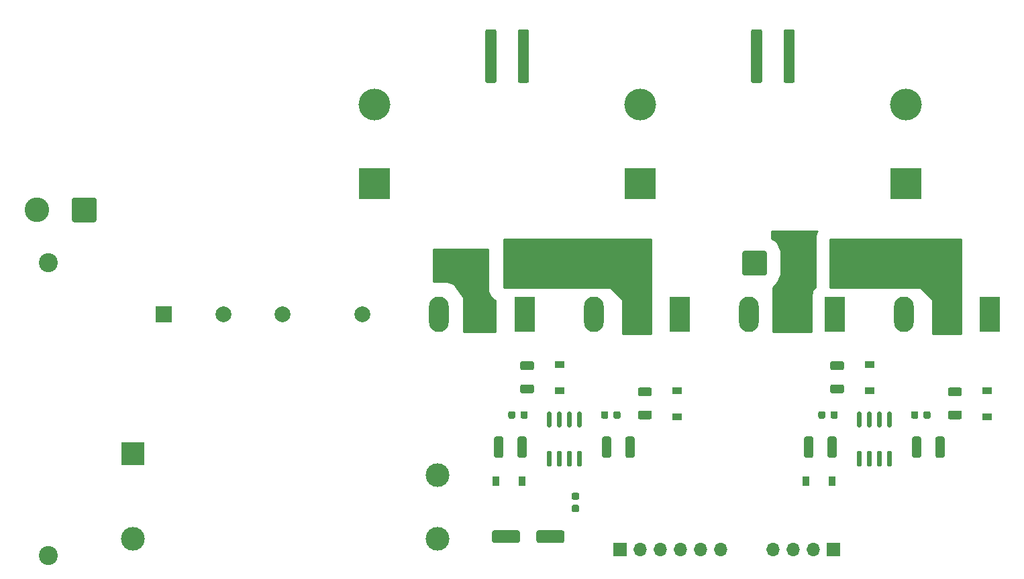
<source format=gbr>
%TF.GenerationSoftware,KiCad,Pcbnew,(5.1.9)-1*%
%TF.CreationDate,2021-02-12T13:26:54-08:00*%
%TF.ProjectId,VFD,5646442e-6b69-4636-9164-5f7063625858,1.0*%
%TF.SameCoordinates,PX50e7ea0PY815a420*%
%TF.FileFunction,Soldermask,Top*%
%TF.FilePolarity,Negative*%
%FSLAX46Y46*%
G04 Gerber Fmt 4.6, Leading zero omitted, Abs format (unit mm)*
G04 Created by KiCad (PCBNEW (5.1.9)-1) date 2021-02-12 13:26:54*
%MOMM*%
%LPD*%
G01*
G04 APERTURE LIST*
%ADD10C,4.000000*%
%ADD11R,4.000000X4.000000*%
%ADD12R,0.900000X1.200000*%
%ADD13R,1.200000X0.900000*%
%ADD14R,2.500000X4.500000*%
%ADD15O,2.500000X4.500000*%
%ADD16R,3.000000X3.000000*%
%ADD17C,3.000000*%
%ADD18O,1.700000X1.700000*%
%ADD19R,1.700000X1.700000*%
%ADD20C,3.100000*%
%ADD21C,2.400000*%
%ADD22R,2.000000X2.000000*%
%ADD23C,2.000000*%
%ADD24C,0.254000*%
%ADD25C,0.100000*%
G04 APERTURE END LIST*
%TO.C,J5*%
G36*
G01*
X91922000Y38196999D02*
X91922000Y40797001D01*
G75*
G02*
X92171999Y41047000I249999J0D01*
G01*
X94772001Y41047000D01*
G75*
G02*
X95022000Y40797001I0J-249999D01*
G01*
X95022000Y38196999D01*
G75*
G02*
X94772001Y37947000I-249999J0D01*
G01*
X92171999Y37947000D01*
G75*
G02*
X91922000Y38196999I0J249999D01*
G01*
G37*
%TD*%
%TO.C,J3*%
G36*
G01*
X63347000Y38196999D02*
X63347000Y40797001D01*
G75*
G02*
X63596999Y41047000I249999J0D01*
G01*
X66197001Y41047000D01*
G75*
G02*
X66447000Y40797001I0J-249999D01*
G01*
X66447000Y38196999D01*
G75*
G02*
X66197001Y37947000I-249999J0D01*
G01*
X63596999Y37947000D01*
G75*
G02*
X63347000Y38196999I0J249999D01*
G01*
G37*
%TD*%
D10*
%TO.C,C10*%
X45466000Y59530000D03*
D11*
X45466000Y49530000D03*
%TD*%
%TO.C,R1*%
G36*
G01*
X64144999Y24184500D02*
X65395001Y24184500D01*
G75*
G02*
X65645000Y23934501I0J-249999D01*
G01*
X65645000Y23309499D01*
G75*
G02*
X65395001Y23059500I-249999J0D01*
G01*
X64144999Y23059500D01*
G75*
G02*
X63895000Y23309499I0J249999D01*
G01*
X63895000Y23934501D01*
G75*
G02*
X64144999Y24184500I249999J0D01*
G01*
G37*
G36*
G01*
X64144999Y27109500D02*
X65395001Y27109500D01*
G75*
G02*
X65645000Y26859501I0J-249999D01*
G01*
X65645000Y26234499D01*
G75*
G02*
X65395001Y25984500I-249999J0D01*
G01*
X64144999Y25984500D01*
G75*
G02*
X63895000Y26234499I0J249999D01*
G01*
X63895000Y26859501D01*
G75*
G02*
X64144999Y27109500I249999J0D01*
G01*
G37*
%TD*%
D12*
%TO.C,D7*%
X103251000Y11938000D03*
X99951000Y11938000D03*
%TD*%
D13*
%TO.C,D5*%
X107950000Y23368000D03*
X107950000Y26668000D03*
%TD*%
%TO.C,D6*%
X122809000Y20066000D03*
X122809000Y23366000D03*
%TD*%
%TO.C,U2*%
G36*
G01*
X106830000Y13822000D02*
X106530000Y13822000D01*
G75*
G02*
X106380000Y13972000I0J150000D01*
G01*
X106380000Y15622000D01*
G75*
G02*
X106530000Y15772000I150000J0D01*
G01*
X106830000Y15772000D01*
G75*
G02*
X106980000Y15622000I0J-150000D01*
G01*
X106980000Y13972000D01*
G75*
G02*
X106830000Y13822000I-150000J0D01*
G01*
G37*
G36*
G01*
X108100000Y13822000D02*
X107800000Y13822000D01*
G75*
G02*
X107650000Y13972000I0J150000D01*
G01*
X107650000Y15622000D01*
G75*
G02*
X107800000Y15772000I150000J0D01*
G01*
X108100000Y15772000D01*
G75*
G02*
X108250000Y15622000I0J-150000D01*
G01*
X108250000Y13972000D01*
G75*
G02*
X108100000Y13822000I-150000J0D01*
G01*
G37*
G36*
G01*
X109370000Y13822000D02*
X109070000Y13822000D01*
G75*
G02*
X108920000Y13972000I0J150000D01*
G01*
X108920000Y15622000D01*
G75*
G02*
X109070000Y15772000I150000J0D01*
G01*
X109370000Y15772000D01*
G75*
G02*
X109520000Y15622000I0J-150000D01*
G01*
X109520000Y13972000D01*
G75*
G02*
X109370000Y13822000I-150000J0D01*
G01*
G37*
G36*
G01*
X110640000Y13822000D02*
X110340000Y13822000D01*
G75*
G02*
X110190000Y13972000I0J150000D01*
G01*
X110190000Y15622000D01*
G75*
G02*
X110340000Y15772000I150000J0D01*
G01*
X110640000Y15772000D01*
G75*
G02*
X110790000Y15622000I0J-150000D01*
G01*
X110790000Y13972000D01*
G75*
G02*
X110640000Y13822000I-150000J0D01*
G01*
G37*
G36*
G01*
X110640000Y18772000D02*
X110340000Y18772000D01*
G75*
G02*
X110190000Y18922000I0J150000D01*
G01*
X110190000Y20572000D01*
G75*
G02*
X110340000Y20722000I150000J0D01*
G01*
X110640000Y20722000D01*
G75*
G02*
X110790000Y20572000I0J-150000D01*
G01*
X110790000Y18922000D01*
G75*
G02*
X110640000Y18772000I-150000J0D01*
G01*
G37*
G36*
G01*
X109370000Y18772000D02*
X109070000Y18772000D01*
G75*
G02*
X108920000Y18922000I0J150000D01*
G01*
X108920000Y20572000D01*
G75*
G02*
X109070000Y20722000I150000J0D01*
G01*
X109370000Y20722000D01*
G75*
G02*
X109520000Y20572000I0J-150000D01*
G01*
X109520000Y18922000D01*
G75*
G02*
X109370000Y18772000I-150000J0D01*
G01*
G37*
G36*
G01*
X108100000Y18772000D02*
X107800000Y18772000D01*
G75*
G02*
X107650000Y18922000I0J150000D01*
G01*
X107650000Y20572000D01*
G75*
G02*
X107800000Y20722000I150000J0D01*
G01*
X108100000Y20722000D01*
G75*
G02*
X108250000Y20572000I0J-150000D01*
G01*
X108250000Y18922000D01*
G75*
G02*
X108100000Y18772000I-150000J0D01*
G01*
G37*
G36*
G01*
X106830000Y18772000D02*
X106530000Y18772000D01*
G75*
G02*
X106380000Y18922000I0J150000D01*
G01*
X106380000Y20572000D01*
G75*
G02*
X106530000Y20722000I150000J0D01*
G01*
X106830000Y20722000D01*
G75*
G02*
X106980000Y20572000I0J-150000D01*
G01*
X106980000Y18922000D01*
G75*
G02*
X106830000Y18772000I-150000J0D01*
G01*
G37*
%TD*%
D14*
%TO.C,Q3*%
X103610000Y33020000D03*
D15*
X98160000Y33020000D03*
X92710000Y33020000D03*
%TD*%
D14*
%TO.C,Q4*%
X123168000Y33020000D03*
D15*
X117718000Y33020000D03*
X112268000Y33020000D03*
%TD*%
%TO.C,R3*%
G36*
G01*
X103260999Y27109500D02*
X104511001Y27109500D01*
G75*
G02*
X104761000Y26859501I0J-249999D01*
G01*
X104761000Y26234499D01*
G75*
G02*
X104511001Y25984500I-249999J0D01*
G01*
X103260999Y25984500D01*
G75*
G02*
X103011000Y26234499I0J249999D01*
G01*
X103011000Y26859501D01*
G75*
G02*
X103260999Y27109500I249999J0D01*
G01*
G37*
G36*
G01*
X103260999Y24184500D02*
X104511001Y24184500D01*
G75*
G02*
X104761000Y23934501I0J-249999D01*
G01*
X104761000Y23309499D01*
G75*
G02*
X104511001Y23059500I-249999J0D01*
G01*
X103260999Y23059500D01*
G75*
G02*
X103011000Y23309499I0J249999D01*
G01*
X103011000Y23934501D01*
G75*
G02*
X103260999Y24184500I249999J0D01*
G01*
G37*
%TD*%
%TO.C,R4*%
G36*
G01*
X118119999Y23807500D02*
X119370001Y23807500D01*
G75*
G02*
X119620000Y23557501I0J-249999D01*
G01*
X119620000Y22932499D01*
G75*
G02*
X119370001Y22682500I-249999J0D01*
G01*
X118119999Y22682500D01*
G75*
G02*
X117870000Y22932499I0J249999D01*
G01*
X117870000Y23557501D01*
G75*
G02*
X118119999Y23807500I249999J0D01*
G01*
G37*
G36*
G01*
X118119999Y20882500D02*
X119370001Y20882500D01*
G75*
G02*
X119620000Y20632501I0J-249999D01*
G01*
X119620000Y20007499D01*
G75*
G02*
X119370001Y19757500I-249999J0D01*
G01*
X118119999Y19757500D01*
G75*
G02*
X117870000Y20007499I0J249999D01*
G01*
X117870000Y20632501D01*
G75*
G02*
X118119999Y20882500I249999J0D01*
G01*
G37*
%TD*%
%TO.C,C16*%
G36*
G01*
X113344000Y15155999D02*
X113344000Y17356001D01*
G75*
G02*
X113593999Y17606000I249999J0D01*
G01*
X114244001Y17606000D01*
G75*
G02*
X114494000Y17356001I0J-249999D01*
G01*
X114494000Y15155999D01*
G75*
G02*
X114244001Y14906000I-249999J0D01*
G01*
X113593999Y14906000D01*
G75*
G02*
X113344000Y15155999I0J249999D01*
G01*
G37*
G36*
G01*
X116294000Y15155999D02*
X116294000Y17356001D01*
G75*
G02*
X116543999Y17606000I249999J0D01*
G01*
X117194001Y17606000D01*
G75*
G02*
X117444000Y17356001I0J-249999D01*
G01*
X117444000Y15155999D01*
G75*
G02*
X117194001Y14906000I-249999J0D01*
G01*
X116543999Y14906000D01*
G75*
G02*
X116294000Y15155999I0J249999D01*
G01*
G37*
%TD*%
%TO.C,C17*%
G36*
G01*
X113215000Y20070000D02*
X113215000Y20570000D01*
G75*
G02*
X113440000Y20795000I225000J0D01*
G01*
X113890000Y20795000D01*
G75*
G02*
X114115000Y20570000I0J-225000D01*
G01*
X114115000Y20070000D01*
G75*
G02*
X113890000Y19845000I-225000J0D01*
G01*
X113440000Y19845000D01*
G75*
G02*
X113215000Y20070000I0J225000D01*
G01*
G37*
G36*
G01*
X114765000Y20070000D02*
X114765000Y20570000D01*
G75*
G02*
X114990000Y20795000I225000J0D01*
G01*
X115440000Y20795000D01*
G75*
G02*
X115665000Y20570000I0J-225000D01*
G01*
X115665000Y20070000D01*
G75*
G02*
X115440000Y19845000I-225000J0D01*
G01*
X114990000Y19845000D01*
G75*
G02*
X114765000Y20070000I0J225000D01*
G01*
G37*
%TD*%
%TO.C,C14*%
G36*
G01*
X103826000Y17356001D02*
X103826000Y15155999D01*
G75*
G02*
X103576001Y14906000I-249999J0D01*
G01*
X102925999Y14906000D01*
G75*
G02*
X102676000Y15155999I0J249999D01*
G01*
X102676000Y17356001D01*
G75*
G02*
X102925999Y17606000I249999J0D01*
G01*
X103576001Y17606000D01*
G75*
G02*
X103826000Y17356001I0J-249999D01*
G01*
G37*
G36*
G01*
X100876000Y17356001D02*
X100876000Y15155999D01*
G75*
G02*
X100626001Y14906000I-249999J0D01*
G01*
X99975999Y14906000D01*
G75*
G02*
X99726000Y15155999I0J249999D01*
G01*
X99726000Y17356001D01*
G75*
G02*
X99975999Y17606000I249999J0D01*
G01*
X100626001Y17606000D01*
G75*
G02*
X100876000Y17356001I0J-249999D01*
G01*
G37*
%TD*%
%TO.C,C12*%
G36*
G01*
X103955000Y20570000D02*
X103955000Y20070000D01*
G75*
G02*
X103730000Y19845000I-225000J0D01*
G01*
X103280000Y19845000D01*
G75*
G02*
X103055000Y20070000I0J225000D01*
G01*
X103055000Y20570000D01*
G75*
G02*
X103280000Y20795000I225000J0D01*
G01*
X103730000Y20795000D01*
G75*
G02*
X103955000Y20570000I0J-225000D01*
G01*
G37*
G36*
G01*
X102405000Y20570000D02*
X102405000Y20070000D01*
G75*
G02*
X102180000Y19845000I-225000J0D01*
G01*
X101730000Y19845000D01*
G75*
G02*
X101505000Y20070000I0J225000D01*
G01*
X101505000Y20570000D01*
G75*
G02*
X101730000Y20795000I225000J0D01*
G01*
X102180000Y20795000D01*
G75*
G02*
X102405000Y20570000I0J-225000D01*
G01*
G37*
%TD*%
%TO.C,R2*%
G36*
G01*
X79003999Y20882500D02*
X80254001Y20882500D01*
G75*
G02*
X80504000Y20632501I0J-249999D01*
G01*
X80504000Y20007499D01*
G75*
G02*
X80254001Y19757500I-249999J0D01*
G01*
X79003999Y19757500D01*
G75*
G02*
X78754000Y20007499I0J249999D01*
G01*
X78754000Y20632501D01*
G75*
G02*
X79003999Y20882500I249999J0D01*
G01*
G37*
G36*
G01*
X79003999Y23807500D02*
X80254001Y23807500D01*
G75*
G02*
X80504000Y23557501I0J-249999D01*
G01*
X80504000Y22932499D01*
G75*
G02*
X80254001Y22682500I-249999J0D01*
G01*
X79003999Y22682500D01*
G75*
G02*
X78754000Y22932499I0J249999D01*
G01*
X78754000Y23557501D01*
G75*
G02*
X79003999Y23807500I249999J0D01*
G01*
G37*
%TD*%
%TO.C,U1*%
G36*
G01*
X67714000Y18772000D02*
X67414000Y18772000D01*
G75*
G02*
X67264000Y18922000I0J150000D01*
G01*
X67264000Y20572000D01*
G75*
G02*
X67414000Y20722000I150000J0D01*
G01*
X67714000Y20722000D01*
G75*
G02*
X67864000Y20572000I0J-150000D01*
G01*
X67864000Y18922000D01*
G75*
G02*
X67714000Y18772000I-150000J0D01*
G01*
G37*
G36*
G01*
X68984000Y18772000D02*
X68684000Y18772000D01*
G75*
G02*
X68534000Y18922000I0J150000D01*
G01*
X68534000Y20572000D01*
G75*
G02*
X68684000Y20722000I150000J0D01*
G01*
X68984000Y20722000D01*
G75*
G02*
X69134000Y20572000I0J-150000D01*
G01*
X69134000Y18922000D01*
G75*
G02*
X68984000Y18772000I-150000J0D01*
G01*
G37*
G36*
G01*
X70254000Y18772000D02*
X69954000Y18772000D01*
G75*
G02*
X69804000Y18922000I0J150000D01*
G01*
X69804000Y20572000D01*
G75*
G02*
X69954000Y20722000I150000J0D01*
G01*
X70254000Y20722000D01*
G75*
G02*
X70404000Y20572000I0J-150000D01*
G01*
X70404000Y18922000D01*
G75*
G02*
X70254000Y18772000I-150000J0D01*
G01*
G37*
G36*
G01*
X71524000Y18772000D02*
X71224000Y18772000D01*
G75*
G02*
X71074000Y18922000I0J150000D01*
G01*
X71074000Y20572000D01*
G75*
G02*
X71224000Y20722000I150000J0D01*
G01*
X71524000Y20722000D01*
G75*
G02*
X71674000Y20572000I0J-150000D01*
G01*
X71674000Y18922000D01*
G75*
G02*
X71524000Y18772000I-150000J0D01*
G01*
G37*
G36*
G01*
X71524000Y13822000D02*
X71224000Y13822000D01*
G75*
G02*
X71074000Y13972000I0J150000D01*
G01*
X71074000Y15622000D01*
G75*
G02*
X71224000Y15772000I150000J0D01*
G01*
X71524000Y15772000D01*
G75*
G02*
X71674000Y15622000I0J-150000D01*
G01*
X71674000Y13972000D01*
G75*
G02*
X71524000Y13822000I-150000J0D01*
G01*
G37*
G36*
G01*
X70254000Y13822000D02*
X69954000Y13822000D01*
G75*
G02*
X69804000Y13972000I0J150000D01*
G01*
X69804000Y15622000D01*
G75*
G02*
X69954000Y15772000I150000J0D01*
G01*
X70254000Y15772000D01*
G75*
G02*
X70404000Y15622000I0J-150000D01*
G01*
X70404000Y13972000D01*
G75*
G02*
X70254000Y13822000I-150000J0D01*
G01*
G37*
G36*
G01*
X68984000Y13822000D02*
X68684000Y13822000D01*
G75*
G02*
X68534000Y13972000I0J150000D01*
G01*
X68534000Y15622000D01*
G75*
G02*
X68684000Y15772000I150000J0D01*
G01*
X68984000Y15772000D01*
G75*
G02*
X69134000Y15622000I0J-150000D01*
G01*
X69134000Y13972000D01*
G75*
G02*
X68984000Y13822000I-150000J0D01*
G01*
G37*
G36*
G01*
X67714000Y13822000D02*
X67414000Y13822000D01*
G75*
G02*
X67264000Y13972000I0J150000D01*
G01*
X67264000Y15622000D01*
G75*
G02*
X67414000Y15772000I150000J0D01*
G01*
X67714000Y15772000D01*
G75*
G02*
X67864000Y15622000I0J-150000D01*
G01*
X67864000Y13972000D01*
G75*
G02*
X67714000Y13822000I-150000J0D01*
G01*
G37*
%TD*%
%TO.C,Q2*%
X73152000Y33020000D03*
X78602000Y33020000D03*
D14*
X84052000Y33020000D03*
%TD*%
D15*
%TO.C,Q1*%
X53594000Y33020000D03*
X59044000Y33020000D03*
D14*
X64494000Y33020000D03*
%TD*%
D16*
%TO.C,PS1*%
X14986000Y15450000D03*
D17*
X53486000Y12700000D03*
X14986000Y4700000D03*
X53486000Y4700000D03*
%TD*%
D18*
%TO.C,J4*%
X95758000Y3302000D03*
X98298000Y3302000D03*
X100838000Y3302000D03*
D19*
X103378000Y3302000D03*
%TD*%
D20*
%TO.C,J2*%
X2890000Y46228000D03*
G36*
G01*
X10440000Y47528001D02*
X10440000Y44927999D01*
G75*
G02*
X10190001Y44678000I-249999J0D01*
G01*
X7589999Y44678000D01*
G75*
G02*
X7340000Y44927999I0J249999D01*
G01*
X7340000Y47528001D01*
G75*
G02*
X7589999Y47778000I249999J0D01*
G01*
X10190001Y47778000D01*
G75*
G02*
X10440000Y47528001I0J-249999D01*
G01*
G37*
%TD*%
D18*
%TO.C,J1*%
X89154000Y3302000D03*
X86614000Y3302000D03*
X84074000Y3302000D03*
X81534000Y3302000D03*
X78994000Y3302000D03*
D19*
X76454000Y3302000D03*
%TD*%
D21*
%TO.C,F1*%
X4318000Y39540000D03*
X4318000Y2540000D03*
%TD*%
D22*
%TO.C,D4*%
X18942000Y33020000D03*
D23*
X26442000Y33020000D03*
X33942000Y33020000D03*
X43942000Y33020000D03*
%TD*%
D13*
%TO.C,D3*%
X83693000Y23366000D03*
X83693000Y20066000D03*
%TD*%
%TO.C,D2*%
X68834000Y26668000D03*
X68834000Y23368000D03*
%TD*%
D12*
%TO.C,D1*%
X60835000Y11938000D03*
X64135000Y11938000D03*
%TD*%
D10*
%TO.C,C13*%
X112522000Y59530000D03*
D11*
X112522000Y49530000D03*
%TD*%
D10*
%TO.C,C11*%
X78994000Y59530000D03*
D11*
X78994000Y49530000D03*
%TD*%
%TO.C,C9*%
G36*
G01*
X97126000Y62508999D02*
X97126000Y68809001D01*
G75*
G02*
X97375999Y69059000I249999J0D01*
G01*
X98276001Y69059000D01*
G75*
G02*
X98526000Y68809001I0J-249999D01*
G01*
X98526000Y62508999D01*
G75*
G02*
X98276001Y62259000I-249999J0D01*
G01*
X97375999Y62259000D01*
G75*
G02*
X97126000Y62508999I0J249999D01*
G01*
G37*
G36*
G01*
X93026000Y62508999D02*
X93026000Y68809001D01*
G75*
G02*
X93275999Y69059000I249999J0D01*
G01*
X94176001Y69059000D01*
G75*
G02*
X94426000Y68809001I0J-249999D01*
G01*
X94426000Y62508999D01*
G75*
G02*
X94176001Y62259000I-249999J0D01*
G01*
X93275999Y62259000D01*
G75*
G02*
X93026000Y62508999I0J249999D01*
G01*
G37*
%TD*%
%TO.C,C7*%
G36*
G01*
X70616000Y8959000D02*
X71116000Y8959000D01*
G75*
G02*
X71341000Y8734000I0J-225000D01*
G01*
X71341000Y8284000D01*
G75*
G02*
X71116000Y8059000I-225000J0D01*
G01*
X70616000Y8059000D01*
G75*
G02*
X70391000Y8284000I0J225000D01*
G01*
X70391000Y8734000D01*
G75*
G02*
X70616000Y8959000I225000J0D01*
G01*
G37*
G36*
G01*
X70616000Y10509000D02*
X71116000Y10509000D01*
G75*
G02*
X71341000Y10284000I0J-225000D01*
G01*
X71341000Y9834000D01*
G75*
G02*
X71116000Y9609000I-225000J0D01*
G01*
X70616000Y9609000D01*
G75*
G02*
X70391000Y9834000I0J225000D01*
G01*
X70391000Y10284000D01*
G75*
G02*
X70616000Y10509000I225000J0D01*
G01*
G37*
%TD*%
%TO.C,C6*%
G36*
G01*
X63598000Y62508999D02*
X63598000Y68809001D01*
G75*
G02*
X63847999Y69059000I249999J0D01*
G01*
X64748001Y69059000D01*
G75*
G02*
X64998000Y68809001I0J-249999D01*
G01*
X64998000Y62508999D01*
G75*
G02*
X64748001Y62259000I-249999J0D01*
G01*
X63847999Y62259000D01*
G75*
G02*
X63598000Y62508999I0J249999D01*
G01*
G37*
G36*
G01*
X59498000Y62508999D02*
X59498000Y68809001D01*
G75*
G02*
X59747999Y69059000I249999J0D01*
G01*
X60648001Y69059000D01*
G75*
G02*
X60898000Y68809001I0J-249999D01*
G01*
X60898000Y62508999D01*
G75*
G02*
X60648001Y62259000I-249999J0D01*
G01*
X59747999Y62259000D01*
G75*
G02*
X59498000Y62508999I0J249999D01*
G01*
G37*
%TD*%
%TO.C,C5*%
G36*
G01*
X65953000Y4403000D02*
X65953000Y5503000D01*
G75*
G02*
X66203000Y5753000I250000J0D01*
G01*
X69203000Y5753000D01*
G75*
G02*
X69453000Y5503000I0J-250000D01*
G01*
X69453000Y4403000D01*
G75*
G02*
X69203000Y4153000I-250000J0D01*
G01*
X66203000Y4153000D01*
G75*
G02*
X65953000Y4403000I0J250000D01*
G01*
G37*
G36*
G01*
X60353000Y4403000D02*
X60353000Y5503000D01*
G75*
G02*
X60603000Y5753000I250000J0D01*
G01*
X63603000Y5753000D01*
G75*
G02*
X63853000Y5503000I0J-250000D01*
G01*
X63853000Y4403000D01*
G75*
G02*
X63603000Y4153000I-250000J0D01*
G01*
X60603000Y4153000D01*
G75*
G02*
X60353000Y4403000I0J250000D01*
G01*
G37*
%TD*%
%TO.C,C4*%
G36*
G01*
X63289000Y20570000D02*
X63289000Y20070000D01*
G75*
G02*
X63064000Y19845000I-225000J0D01*
G01*
X62614000Y19845000D01*
G75*
G02*
X62389000Y20070000I0J225000D01*
G01*
X62389000Y20570000D01*
G75*
G02*
X62614000Y20795000I225000J0D01*
G01*
X63064000Y20795000D01*
G75*
G02*
X63289000Y20570000I0J-225000D01*
G01*
G37*
G36*
G01*
X64839000Y20570000D02*
X64839000Y20070000D01*
G75*
G02*
X64614000Y19845000I-225000J0D01*
G01*
X64164000Y19845000D01*
G75*
G02*
X63939000Y20070000I0J225000D01*
G01*
X63939000Y20570000D01*
G75*
G02*
X64164000Y20795000I225000J0D01*
G01*
X64614000Y20795000D01*
G75*
G02*
X64839000Y20570000I0J-225000D01*
G01*
G37*
%TD*%
%TO.C,C3*%
G36*
G01*
X61760000Y17356001D02*
X61760000Y15155999D01*
G75*
G02*
X61510001Y14906000I-249999J0D01*
G01*
X60859999Y14906000D01*
G75*
G02*
X60610000Y15155999I0J249999D01*
G01*
X60610000Y17356001D01*
G75*
G02*
X60859999Y17606000I249999J0D01*
G01*
X61510001Y17606000D01*
G75*
G02*
X61760000Y17356001I0J-249999D01*
G01*
G37*
G36*
G01*
X64710000Y17356001D02*
X64710000Y15155999D01*
G75*
G02*
X64460001Y14906000I-249999J0D01*
G01*
X63809999Y14906000D01*
G75*
G02*
X63560000Y15155999I0J249999D01*
G01*
X63560000Y17356001D01*
G75*
G02*
X63809999Y17606000I249999J0D01*
G01*
X64460001Y17606000D01*
G75*
G02*
X64710000Y17356001I0J-249999D01*
G01*
G37*
%TD*%
%TO.C,C2*%
G36*
G01*
X77178000Y15155999D02*
X77178000Y17356001D01*
G75*
G02*
X77427999Y17606000I249999J0D01*
G01*
X78078001Y17606000D01*
G75*
G02*
X78328000Y17356001I0J-249999D01*
G01*
X78328000Y15155999D01*
G75*
G02*
X78078001Y14906000I-249999J0D01*
G01*
X77427999Y14906000D01*
G75*
G02*
X77178000Y15155999I0J249999D01*
G01*
G37*
G36*
G01*
X74228000Y15155999D02*
X74228000Y17356001D01*
G75*
G02*
X74477999Y17606000I249999J0D01*
G01*
X75128001Y17606000D01*
G75*
G02*
X75378000Y17356001I0J-249999D01*
G01*
X75378000Y15155999D01*
G75*
G02*
X75128001Y14906000I-249999J0D01*
G01*
X74477999Y14906000D01*
G75*
G02*
X74228000Y15155999I0J249999D01*
G01*
G37*
%TD*%
%TO.C,C1*%
G36*
G01*
X75649000Y20070000D02*
X75649000Y20570000D01*
G75*
G02*
X75874000Y20795000I225000J0D01*
G01*
X76324000Y20795000D01*
G75*
G02*
X76549000Y20570000I0J-225000D01*
G01*
X76549000Y20070000D01*
G75*
G02*
X76324000Y19845000I-225000J0D01*
G01*
X75874000Y19845000D01*
G75*
G02*
X75649000Y20070000I0J225000D01*
G01*
G37*
G36*
G01*
X74099000Y20070000D02*
X74099000Y20570000D01*
G75*
G02*
X74324000Y20795000I225000J0D01*
G01*
X74774000Y20795000D01*
G75*
G02*
X74999000Y20570000I0J-225000D01*
G01*
X74999000Y20070000D01*
G75*
G02*
X74774000Y19845000I-225000J0D01*
G01*
X74324000Y19845000D01*
G75*
G02*
X74099000Y20070000I0J225000D01*
G01*
G37*
%TD*%
D24*
X119507000Y30607000D02*
X115951000Y30607000D01*
X115951000Y34798000D01*
X115948560Y34822776D01*
X115941333Y34846601D01*
X115929597Y34868557D01*
X115913803Y34887803D01*
X114389803Y36411803D01*
X114370557Y36427597D01*
X114348601Y36439333D01*
X114324776Y36446560D01*
X114300000Y36449000D01*
X102997000Y36449000D01*
X102997000Y42545000D01*
X119507000Y42545000D01*
X119507000Y30607000D01*
D25*
G36*
X119507000Y30607000D02*
G01*
X115951000Y30607000D01*
X115951000Y34798000D01*
X115948560Y34822776D01*
X115941333Y34846601D01*
X115929597Y34868557D01*
X115913803Y34887803D01*
X114389803Y36411803D01*
X114370557Y36427597D01*
X114348601Y36439333D01*
X114324776Y36446560D01*
X114300000Y36449000D01*
X102997000Y36449000D01*
X102997000Y42545000D01*
X119507000Y42545000D01*
X119507000Y30607000D01*
G37*
D24*
X80391000Y30607000D02*
X76835000Y30607000D01*
X76835000Y34798000D01*
X76832560Y34822776D01*
X76825333Y34846601D01*
X76813597Y34868557D01*
X76797803Y34887803D01*
X75273803Y36411803D01*
X75254557Y36427597D01*
X75232601Y36439333D01*
X75208776Y36446560D01*
X75184000Y36449000D01*
X61849000Y36449000D01*
X61849000Y42545000D01*
X80391000Y42545000D01*
X80391000Y30607000D01*
D25*
G36*
X80391000Y30607000D02*
G01*
X76835000Y30607000D01*
X76835000Y34798000D01*
X76832560Y34822776D01*
X76825333Y34846601D01*
X76813597Y34868557D01*
X76797803Y34887803D01*
X75273803Y36411803D01*
X75254557Y36427597D01*
X75232601Y36439333D01*
X75208776Y36446560D01*
X75184000Y36449000D01*
X61849000Y36449000D01*
X61849000Y42545000D01*
X80391000Y42545000D01*
X80391000Y30607000D01*
G37*
D24*
X59817000Y35941000D02*
X59819440Y35916224D01*
X59830408Y35884204D01*
X60084408Y35376204D01*
X60097671Y35355134D01*
X60108197Y35343197D01*
X60489197Y34962197D01*
X60508443Y34946403D01*
X60522204Y34938408D01*
X60706000Y34846510D01*
X60706000Y30861000D01*
X56769000Y30861000D01*
X56769000Y35052000D01*
X56766560Y35076776D01*
X56759333Y35100601D01*
X56745344Y35125817D01*
X55475344Y36903817D01*
X55458957Y36922560D01*
X55439229Y36937746D01*
X55412161Y36950483D01*
X54650161Y37204483D01*
X54625884Y37210003D01*
X54610000Y37211000D01*
X52959000Y37211000D01*
X52959000Y41275000D01*
X59817000Y41275000D01*
X59817000Y35941000D01*
D25*
G36*
X59817000Y35941000D02*
G01*
X59819440Y35916224D01*
X59830408Y35884204D01*
X60084408Y35376204D01*
X60097671Y35355134D01*
X60108197Y35343197D01*
X60489197Y34962197D01*
X60508443Y34946403D01*
X60522204Y34938408D01*
X60706000Y34846510D01*
X60706000Y30861000D01*
X56769000Y30861000D01*
X56769000Y35052000D01*
X56766560Y35076776D01*
X56759333Y35100601D01*
X56745344Y35125817D01*
X55475344Y36903817D01*
X55458957Y36922560D01*
X55439229Y36937746D01*
X55412161Y36950483D01*
X54650161Y37204483D01*
X54625884Y37210003D01*
X54610000Y37211000D01*
X52959000Y37211000D01*
X52959000Y41275000D01*
X59817000Y41275000D01*
X59817000Y35941000D01*
G37*
D24*
X101240330Y43377447D02*
X101228617Y43355478D01*
X101222792Y43337802D01*
X101095792Y42829802D01*
X101092000Y42799000D01*
X101092000Y36491333D01*
X100736400Y36017200D01*
X100723486Y35995915D01*
X100713466Y35965907D01*
X100586466Y35330907D01*
X100584000Y35306000D01*
X100584000Y30861000D01*
X95758000Y30861000D01*
X95758000Y36396394D01*
X96101803Y36740197D01*
X96113600Y36753800D01*
X96494600Y37261800D01*
X96510917Y37290833D01*
X96764917Y37925833D01*
X96771853Y37949744D01*
X96774000Y37973000D01*
X96774000Y41148000D01*
X96771560Y41172776D01*
X96764917Y41195167D01*
X96510917Y41830167D01*
X96498670Y41853447D01*
X96244670Y42234447D01*
X96228896Y42253709D01*
X96209447Y42269670D01*
X95828447Y42523670D01*
X95814796Y42531592D01*
X95631000Y42623490D01*
X95631000Y43561000D01*
X101362699Y43561000D01*
X101240330Y43377447D01*
D25*
G36*
X101240330Y43377447D02*
G01*
X101228617Y43355478D01*
X101222792Y43337802D01*
X101095792Y42829802D01*
X101092000Y42799000D01*
X101092000Y36491333D01*
X100736400Y36017200D01*
X100723486Y35995915D01*
X100713466Y35965907D01*
X100586466Y35330907D01*
X100584000Y35306000D01*
X100584000Y30861000D01*
X95758000Y30861000D01*
X95758000Y36396394D01*
X96101803Y36740197D01*
X96113600Y36753800D01*
X96494600Y37261800D01*
X96510917Y37290833D01*
X96764917Y37925833D01*
X96771853Y37949744D01*
X96774000Y37973000D01*
X96774000Y41148000D01*
X96771560Y41172776D01*
X96764917Y41195167D01*
X96510917Y41830167D01*
X96498670Y41853447D01*
X96244670Y42234447D01*
X96228896Y42253709D01*
X96209447Y42269670D01*
X95828447Y42523670D01*
X95814796Y42531592D01*
X95631000Y42623490D01*
X95631000Y43561000D01*
X101362699Y43561000D01*
X101240330Y43377447D01*
G37*
M02*

</source>
